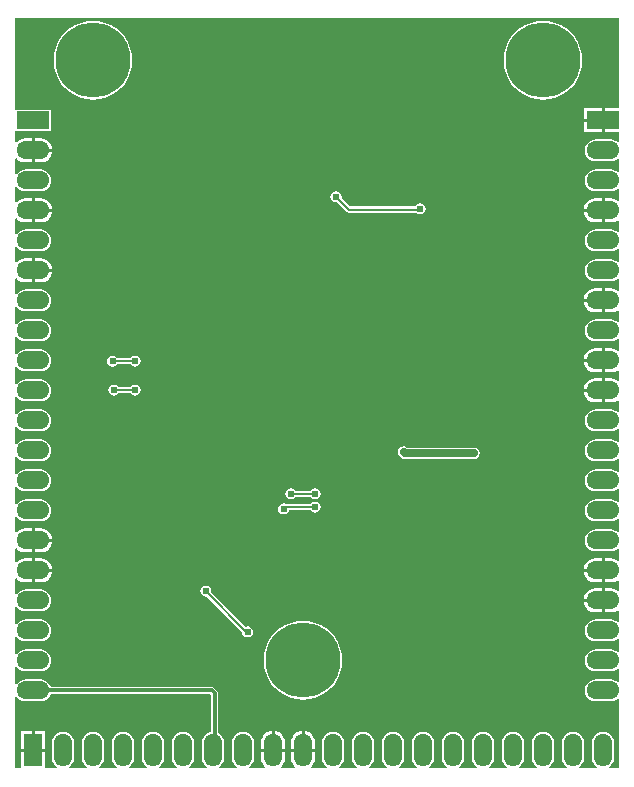
<source format=gbl>
G04*
G04 #@! TF.GenerationSoftware,Altium Limited,Altium Designer,19.0.14 (431)*
G04*
G04 Layer_Physical_Order=2*
G04 Layer_Color=16711680*
%FSLAX25Y25*%
%MOIN*%
G70*
G01*
G75*
%ADD37C,0.00800*%
%ADD39C,0.01200*%
%ADD40C,0.02500*%
%ADD41C,0.25000*%
%ADD42R,0.11000X0.06000*%
%ADD43O,0.11000X0.06000*%
%ADD44R,0.06000X0.11000*%
%ADD45O,0.06000X0.11000*%
%ADD46C,0.02400*%
%ADD47C,0.02362*%
G36*
X203461Y222000D02*
X198500D01*
Y218000D01*
Y214000D01*
X203461D01*
Y210810D01*
X202961Y210649D01*
X202315Y211145D01*
X201440Y211507D01*
X200500Y211631D01*
X195500D01*
X194560Y211507D01*
X193684Y211145D01*
X192932Y210567D01*
X192355Y209816D01*
X191993Y208940D01*
X191869Y208000D01*
X191993Y207060D01*
X192355Y206185D01*
X192932Y205433D01*
X193684Y204855D01*
X194560Y204493D01*
X195500Y204369D01*
X200500D01*
X201440Y204493D01*
X202315Y204855D01*
X202961Y205351D01*
X203461Y205190D01*
Y200810D01*
X202961Y200649D01*
X202315Y201145D01*
X201440Y201507D01*
X200500Y201631D01*
X195500D01*
X194560Y201507D01*
X193684Y201145D01*
X192932Y200568D01*
X192355Y199815D01*
X191993Y198940D01*
X191869Y198000D01*
X191993Y197060D01*
X192355Y196185D01*
X192932Y195432D01*
X193684Y194855D01*
X194560Y194493D01*
X195500Y194369D01*
X200500D01*
X201440Y194493D01*
X202315Y194855D01*
X202961Y195351D01*
X203461Y195190D01*
Y191400D01*
X202961Y191154D01*
X202517Y191494D01*
X201544Y191897D01*
X200500Y192034D01*
X198500D01*
Y188000D01*
Y183966D01*
X200500D01*
X201544Y184103D01*
X202517Y184506D01*
X202961Y184846D01*
X203461Y184600D01*
Y180810D01*
X202961Y180649D01*
X202315Y181145D01*
X201440Y181507D01*
X200500Y181631D01*
X195500D01*
X194560Y181507D01*
X193684Y181145D01*
X192932Y180568D01*
X192355Y179815D01*
X191993Y178940D01*
X191869Y178000D01*
X191993Y177060D01*
X192355Y176184D01*
X192932Y175432D01*
X193684Y174855D01*
X194560Y174493D01*
X195500Y174369D01*
X200500D01*
X201440Y174493D01*
X202315Y174855D01*
X202961Y175351D01*
X203461Y175190D01*
Y170810D01*
X202961Y170649D01*
X202315Y171145D01*
X201440Y171507D01*
X200500Y171631D01*
X195500D01*
X194560Y171507D01*
X193684Y171145D01*
X192932Y170568D01*
X192355Y169816D01*
X191993Y168940D01*
X191869Y168000D01*
X191993Y167060D01*
X192355Y166184D01*
X192932Y165432D01*
X193684Y164855D01*
X194560Y164493D01*
X195500Y164369D01*
X200500D01*
X201440Y164493D01*
X202315Y164855D01*
X202961Y165351D01*
X203461Y165190D01*
Y161400D01*
X202961Y161154D01*
X202517Y161494D01*
X201544Y161897D01*
X200500Y162034D01*
X198500D01*
Y158000D01*
Y153965D01*
X200500D01*
X201544Y154103D01*
X202517Y154506D01*
X202961Y154846D01*
X203461Y154600D01*
Y150810D01*
X202961Y150649D01*
X202315Y151145D01*
X201440Y151507D01*
X200500Y151631D01*
X195500D01*
X194560Y151507D01*
X193684Y151145D01*
X192932Y150568D01*
X192355Y149815D01*
X191993Y148940D01*
X191869Y148000D01*
X191993Y147060D01*
X192355Y146185D01*
X192932Y145432D01*
X193684Y144855D01*
X194560Y144493D01*
X195500Y144369D01*
X200500D01*
X201440Y144493D01*
X202315Y144855D01*
X202961Y145351D01*
X203461Y145190D01*
Y141400D01*
X202961Y141154D01*
X202517Y141494D01*
X201544Y141897D01*
X200500Y142034D01*
X198500D01*
Y138000D01*
Y133966D01*
X200500D01*
X201544Y134103D01*
X202517Y134506D01*
X202961Y134846D01*
X203461Y134600D01*
Y131400D01*
X202961Y131154D01*
X202517Y131494D01*
X201544Y131897D01*
X200500Y132035D01*
X198500D01*
Y128000D01*
Y123966D01*
X200500D01*
X201544Y124103D01*
X202517Y124506D01*
X202961Y124846D01*
X203461Y124600D01*
Y120810D01*
X202961Y120649D01*
X202315Y121145D01*
X201440Y121507D01*
X200500Y121631D01*
X195500D01*
X194560Y121507D01*
X193684Y121145D01*
X192932Y120568D01*
X192355Y119816D01*
X191993Y118940D01*
X191869Y118000D01*
X191993Y117060D01*
X192355Y116184D01*
X192932Y115432D01*
X193684Y114855D01*
X194560Y114493D01*
X195500Y114369D01*
X200500D01*
X201440Y114493D01*
X202315Y114855D01*
X202961Y115351D01*
X203461Y115190D01*
Y110810D01*
X202961Y110649D01*
X202315Y111145D01*
X201440Y111507D01*
X200500Y111631D01*
X195500D01*
X194560Y111507D01*
X193684Y111145D01*
X192932Y110568D01*
X192355Y109816D01*
X191993Y108940D01*
X191869Y108000D01*
X191993Y107060D01*
X192355Y106184D01*
X192932Y105432D01*
X193684Y104855D01*
X194560Y104493D01*
X195500Y104369D01*
X200500D01*
X201440Y104493D01*
X202315Y104855D01*
X202961Y105351D01*
X203461Y105190D01*
Y100810D01*
X202961Y100649D01*
X202315Y101145D01*
X201440Y101507D01*
X200500Y101631D01*
X195500D01*
X194560Y101507D01*
X193684Y101145D01*
X192932Y100568D01*
X192355Y99815D01*
X191993Y98940D01*
X191869Y98000D01*
X191993Y97060D01*
X192355Y96184D01*
X192932Y95432D01*
X193684Y94855D01*
X194560Y94493D01*
X195500Y94369D01*
X200500D01*
X201440Y94493D01*
X202315Y94855D01*
X202961Y95351D01*
X203461Y95190D01*
Y90810D01*
X202961Y90649D01*
X202315Y91145D01*
X201440Y91507D01*
X200500Y91631D01*
X195500D01*
X194560Y91507D01*
X193684Y91145D01*
X192932Y90568D01*
X192355Y89815D01*
X191993Y88940D01*
X191869Y88000D01*
X191993Y87060D01*
X192355Y86185D01*
X192932Y85432D01*
X193684Y84855D01*
X194560Y84493D01*
X195500Y84369D01*
X200500D01*
X201440Y84493D01*
X202315Y84855D01*
X202961Y85351D01*
X203461Y85190D01*
Y80810D01*
X202961Y80649D01*
X202315Y81145D01*
X201440Y81507D01*
X200500Y81631D01*
X195500D01*
X194560Y81507D01*
X193684Y81145D01*
X192932Y80568D01*
X192355Y79816D01*
X191993Y78940D01*
X191869Y78000D01*
X191993Y77060D01*
X192355Y76184D01*
X192932Y75432D01*
X193684Y74855D01*
X194560Y74493D01*
X195500Y74369D01*
X200500D01*
X201440Y74493D01*
X202315Y74855D01*
X202961Y75351D01*
X203461Y75190D01*
Y71400D01*
X202961Y71154D01*
X202517Y71494D01*
X201544Y71897D01*
X200500Y72035D01*
X198500D01*
Y68000D01*
Y63965D01*
X200500D01*
X201544Y64103D01*
X202517Y64506D01*
X202961Y64846D01*
X203461Y64600D01*
Y61400D01*
X202961Y61154D01*
X202517Y61494D01*
X201544Y61897D01*
X200500Y62034D01*
X198500D01*
Y58000D01*
Y53966D01*
X200500D01*
X201544Y54103D01*
X202517Y54506D01*
X202961Y54846D01*
X203461Y54600D01*
Y50810D01*
X202961Y50649D01*
X202315Y51145D01*
X201440Y51507D01*
X200500Y51631D01*
X195500D01*
X194560Y51507D01*
X193684Y51145D01*
X192932Y50568D01*
X192355Y49815D01*
X191993Y48940D01*
X191869Y48000D01*
X191993Y47060D01*
X192355Y46185D01*
X192932Y45432D01*
X193684Y44855D01*
X194560Y44493D01*
X195500Y44369D01*
X200500D01*
X201440Y44493D01*
X202315Y44855D01*
X202961Y45351D01*
X203461Y45190D01*
Y40810D01*
X202961Y40649D01*
X202315Y41145D01*
X201440Y41507D01*
X200500Y41631D01*
X195500D01*
X194560Y41507D01*
X193684Y41145D01*
X192932Y40567D01*
X192355Y39816D01*
X191993Y38940D01*
X191869Y38000D01*
X191993Y37060D01*
X192355Y36184D01*
X192932Y35432D01*
X193684Y34855D01*
X194560Y34493D01*
X195500Y34369D01*
X200500D01*
X201440Y34493D01*
X202315Y34855D01*
X202961Y35351D01*
X203461Y35190D01*
Y30810D01*
X202961Y30649D01*
X202315Y31145D01*
X201440Y31507D01*
X200500Y31631D01*
X195500D01*
X194560Y31507D01*
X193684Y31145D01*
X192932Y30567D01*
X192355Y29816D01*
X191993Y28940D01*
X191869Y28000D01*
X191993Y27060D01*
X192355Y26184D01*
X192932Y25433D01*
X193684Y24855D01*
X194560Y24493D01*
X195500Y24369D01*
X200500D01*
X201440Y24493D01*
X202315Y24855D01*
X202961Y25351D01*
X203461Y25190D01*
Y2039D01*
X200225D01*
X200055Y2539D01*
X200568Y2932D01*
X201145Y3684D01*
X201507Y4560D01*
X201631Y5500D01*
Y10500D01*
X201507Y11440D01*
X201145Y12315D01*
X200568Y13068D01*
X199815Y13645D01*
X198940Y14007D01*
X198000Y14131D01*
X197060Y14007D01*
X196185Y13645D01*
X195432Y13068D01*
X194855Y12315D01*
X194493Y11440D01*
X194369Y10500D01*
Y5500D01*
X194493Y4560D01*
X194855Y3684D01*
X195432Y2932D01*
X195945Y2539D01*
X195775Y2039D01*
X190225D01*
X190055Y2539D01*
X190568Y2932D01*
X191145Y3684D01*
X191507Y4560D01*
X191631Y5500D01*
Y10500D01*
X191507Y11440D01*
X191145Y12315D01*
X190568Y13068D01*
X189815Y13645D01*
X188940Y14007D01*
X188000Y14131D01*
X187060Y14007D01*
X186185Y13645D01*
X185432Y13068D01*
X184855Y12315D01*
X184493Y11440D01*
X184369Y10500D01*
Y5500D01*
X184493Y4560D01*
X184855Y3684D01*
X185432Y2932D01*
X185945Y2539D01*
X185775Y2039D01*
X180225D01*
X180055Y2539D01*
X180568Y2932D01*
X181145Y3684D01*
X181507Y4560D01*
X181631Y5500D01*
Y10500D01*
X181507Y11440D01*
X181145Y12315D01*
X180568Y13068D01*
X179815Y13645D01*
X178940Y14007D01*
X178000Y14131D01*
X177060Y14007D01*
X176184Y13645D01*
X175432Y13068D01*
X174855Y12315D01*
X174493Y11440D01*
X174369Y10500D01*
Y5500D01*
X174493Y4560D01*
X174855Y3684D01*
X175432Y2932D01*
X175945Y2539D01*
X175775Y2039D01*
X170225D01*
X170055Y2539D01*
X170568Y2932D01*
X171145Y3684D01*
X171507Y4560D01*
X171631Y5500D01*
Y10500D01*
X171507Y11440D01*
X171145Y12315D01*
X170568Y13068D01*
X169816Y13645D01*
X168940Y14007D01*
X168000Y14131D01*
X167060Y14007D01*
X166184Y13645D01*
X165432Y13068D01*
X164855Y12315D01*
X164493Y11440D01*
X164369Y10500D01*
Y5500D01*
X164493Y4560D01*
X164855Y3684D01*
X165432Y2932D01*
X165945Y2539D01*
X165775Y2039D01*
X160225D01*
X160055Y2539D01*
X160568Y2932D01*
X161145Y3684D01*
X161507Y4560D01*
X161631Y5500D01*
Y10500D01*
X161507Y11440D01*
X161145Y12315D01*
X160568Y13068D01*
X159816Y13645D01*
X158940Y14007D01*
X158000Y14131D01*
X157060Y14007D01*
X156184Y13645D01*
X155432Y13068D01*
X154855Y12315D01*
X154493Y11440D01*
X154369Y10500D01*
Y5500D01*
X154493Y4560D01*
X154855Y3684D01*
X155432Y2932D01*
X155945Y2539D01*
X155775Y2039D01*
X150225D01*
X150055Y2539D01*
X150568Y2932D01*
X151145Y3684D01*
X151507Y4560D01*
X151631Y5500D01*
Y10500D01*
X151507Y11440D01*
X151145Y12315D01*
X150568Y13068D01*
X149815Y13645D01*
X148940Y14007D01*
X148000Y14131D01*
X147060Y14007D01*
X146185Y13645D01*
X145432Y13068D01*
X144855Y12315D01*
X144493Y11440D01*
X144369Y10500D01*
Y5500D01*
X144493Y4560D01*
X144855Y3684D01*
X145432Y2932D01*
X145945Y2539D01*
X145775Y2039D01*
X140225D01*
X140055Y2539D01*
X140568Y2932D01*
X141145Y3684D01*
X141507Y4560D01*
X141631Y5500D01*
Y10500D01*
X141507Y11440D01*
X141145Y12315D01*
X140568Y13068D01*
X139815Y13645D01*
X138940Y14007D01*
X138000Y14131D01*
X137060Y14007D01*
X136185Y13645D01*
X135432Y13068D01*
X134855Y12315D01*
X134493Y11440D01*
X134369Y10500D01*
Y5500D01*
X134493Y4560D01*
X134855Y3684D01*
X135432Y2932D01*
X135945Y2539D01*
X135775Y2039D01*
X130225D01*
X130055Y2539D01*
X130568Y2932D01*
X131145Y3684D01*
X131507Y4560D01*
X131631Y5500D01*
Y10500D01*
X131507Y11440D01*
X131145Y12315D01*
X130568Y13068D01*
X129815Y13645D01*
X128940Y14007D01*
X128000Y14131D01*
X127060Y14007D01*
X126184Y13645D01*
X125432Y13068D01*
X124855Y12315D01*
X124493Y11440D01*
X124369Y10500D01*
Y5500D01*
X124493Y4560D01*
X124855Y3684D01*
X125432Y2932D01*
X125945Y2539D01*
X125775Y2039D01*
X120225D01*
X120055Y2539D01*
X120568Y2932D01*
X121145Y3684D01*
X121507Y4560D01*
X121631Y5500D01*
Y10500D01*
X121507Y11440D01*
X121145Y12315D01*
X120568Y13068D01*
X119816Y13645D01*
X118940Y14007D01*
X118000Y14131D01*
X117060Y14007D01*
X116184Y13645D01*
X115432Y13068D01*
X114855Y12315D01*
X114493Y11440D01*
X114369Y10500D01*
Y5500D01*
X114493Y4560D01*
X114855Y3684D01*
X115432Y2932D01*
X115945Y2539D01*
X115775Y2039D01*
X110225D01*
X110055Y2539D01*
X110568Y2932D01*
X111145Y3684D01*
X111507Y4560D01*
X111631Y5500D01*
Y10500D01*
X111507Y11440D01*
X111145Y12315D01*
X110568Y13068D01*
X109816Y13645D01*
X108940Y14007D01*
X108000Y14131D01*
X107060Y14007D01*
X106184Y13645D01*
X105432Y13068D01*
X104855Y12315D01*
X104493Y11440D01*
X104369Y10500D01*
Y5500D01*
X104493Y4560D01*
X104855Y3684D01*
X105432Y2932D01*
X105945Y2539D01*
X105775Y2039D01*
X100838D01*
X100678Y2513D01*
X100853Y2647D01*
X101494Y3483D01*
X101897Y4456D01*
X102034Y5500D01*
Y7500D01*
X98000D01*
X93966D01*
Y5500D01*
X94103Y4456D01*
X94506Y3483D01*
X95147Y2647D01*
X95323Y2513D01*
X95162Y2039D01*
X90838D01*
X90677Y2513D01*
X90853Y2647D01*
X91494Y3483D01*
X91897Y4456D01*
X92035Y5500D01*
Y7500D01*
X88000D01*
X83965D01*
Y5500D01*
X84103Y4456D01*
X84506Y3483D01*
X85147Y2647D01*
X85322Y2513D01*
X85162Y2039D01*
X80225D01*
X80055Y2539D01*
X80568Y2932D01*
X81145Y3684D01*
X81507Y4560D01*
X81631Y5500D01*
Y10500D01*
X81507Y11440D01*
X81145Y12315D01*
X80568Y13068D01*
X79816Y13645D01*
X78940Y14007D01*
X78000Y14131D01*
X77060Y14007D01*
X76184Y13645D01*
X75432Y13068D01*
X74855Y12315D01*
X74493Y11440D01*
X74369Y10500D01*
Y5500D01*
X74493Y4560D01*
X74855Y3684D01*
X75432Y2932D01*
X75945Y2539D01*
X75775Y2039D01*
X70225D01*
X70055Y2539D01*
X70568Y2932D01*
X71145Y3684D01*
X71507Y4560D01*
X71631Y5500D01*
Y10500D01*
X71507Y11440D01*
X71145Y12315D01*
X70568Y13068D01*
X69815Y13645D01*
X69723Y13683D01*
Y27000D01*
X69630Y27468D01*
X69365Y27865D01*
X68365Y28865D01*
X67968Y29130D01*
X67500Y29223D01*
X13890D01*
X13645Y29816D01*
X13068Y30567D01*
X12315Y31145D01*
X11440Y31507D01*
X10500Y31631D01*
X5500D01*
X4560Y31507D01*
X3684Y31145D01*
X2932Y30567D01*
X2539Y30055D01*
X2039Y30225D01*
Y35775D01*
X2539Y35945D01*
X2932Y35432D01*
X3684Y34855D01*
X4560Y34493D01*
X5500Y34369D01*
X10500D01*
X11440Y34493D01*
X12315Y34855D01*
X13068Y35432D01*
X13645Y36184D01*
X14007Y37060D01*
X14131Y38000D01*
X14007Y38940D01*
X13645Y39816D01*
X13068Y40567D01*
X12315Y41145D01*
X11440Y41507D01*
X10500Y41631D01*
X5500D01*
X4560Y41507D01*
X3684Y41145D01*
X2932Y40567D01*
X2539Y40055D01*
X2039Y40225D01*
Y45775D01*
X2539Y45945D01*
X2932Y45432D01*
X3684Y44855D01*
X4560Y44493D01*
X5500Y44369D01*
X10500D01*
X11440Y44493D01*
X12315Y44855D01*
X13068Y45432D01*
X13645Y46185D01*
X14007Y47060D01*
X14131Y48000D01*
X14007Y48940D01*
X13645Y49815D01*
X13068Y50568D01*
X12315Y51145D01*
X11440Y51507D01*
X10500Y51631D01*
X5500D01*
X4560Y51507D01*
X3684Y51145D01*
X2932Y50568D01*
X2539Y50055D01*
X2039Y50225D01*
Y55775D01*
X2539Y55945D01*
X2932Y55432D01*
X3684Y54855D01*
X4560Y54493D01*
X5500Y54369D01*
X10500D01*
X11440Y54493D01*
X12315Y54855D01*
X13068Y55432D01*
X13645Y56185D01*
X14007Y57060D01*
X14131Y58000D01*
X14007Y58940D01*
X13645Y59816D01*
X13068Y60568D01*
X12315Y61145D01*
X11440Y61507D01*
X10500Y61631D01*
X5500D01*
X4560Y61507D01*
X3684Y61145D01*
X2932Y60568D01*
X2539Y60055D01*
X2039Y60225D01*
Y65162D01*
X2513Y65323D01*
X2647Y65147D01*
X3483Y64506D01*
X4456Y64103D01*
X5500Y63965D01*
X7500D01*
Y68000D01*
Y72035D01*
X5500D01*
X4456Y71897D01*
X3483Y71494D01*
X2647Y70853D01*
X2513Y70678D01*
X2039Y70838D01*
Y75162D01*
X2513Y75323D01*
X2647Y75147D01*
X3483Y74506D01*
X4456Y74103D01*
X5500Y73966D01*
X7500D01*
Y78000D01*
Y82034D01*
X5500D01*
X4456Y81897D01*
X3483Y81494D01*
X2647Y80853D01*
X2513Y80677D01*
X2039Y80838D01*
Y85775D01*
X2539Y85945D01*
X2932Y85432D01*
X3684Y84855D01*
X4560Y84493D01*
X5500Y84369D01*
X10500D01*
X11440Y84493D01*
X12315Y84855D01*
X13068Y85432D01*
X13645Y86185D01*
X14007Y87060D01*
X14131Y88000D01*
X14007Y88940D01*
X13645Y89815D01*
X13068Y90568D01*
X12315Y91145D01*
X11440Y91507D01*
X10500Y91631D01*
X5500D01*
X4560Y91507D01*
X3684Y91145D01*
X2932Y90568D01*
X2539Y90055D01*
X2039Y90225D01*
Y95775D01*
X2539Y95945D01*
X2932Y95432D01*
X3684Y94855D01*
X4560Y94493D01*
X5500Y94369D01*
X10500D01*
X11440Y94493D01*
X12315Y94855D01*
X13068Y95432D01*
X13645Y96184D01*
X14007Y97060D01*
X14131Y98000D01*
X14007Y98940D01*
X13645Y99815D01*
X13068Y100568D01*
X12315Y101145D01*
X11440Y101507D01*
X10500Y101631D01*
X5500D01*
X4560Y101507D01*
X3684Y101145D01*
X2932Y100568D01*
X2539Y100055D01*
X2039Y100225D01*
Y105775D01*
X2539Y105945D01*
X2932Y105432D01*
X3684Y104855D01*
X4560Y104493D01*
X5500Y104369D01*
X10500D01*
X11440Y104493D01*
X12315Y104855D01*
X13068Y105432D01*
X13645Y106184D01*
X14007Y107060D01*
X14131Y108000D01*
X14007Y108940D01*
X13645Y109816D01*
X13068Y110568D01*
X12315Y111145D01*
X11440Y111507D01*
X10500Y111631D01*
X5500D01*
X4560Y111507D01*
X3684Y111145D01*
X2932Y110568D01*
X2539Y110055D01*
X2039Y110225D01*
Y115775D01*
X2539Y115945D01*
X2932Y115432D01*
X3684Y114855D01*
X4560Y114493D01*
X5500Y114369D01*
X10500D01*
X11440Y114493D01*
X12315Y114855D01*
X13068Y115432D01*
X13645Y116184D01*
X14007Y117060D01*
X14131Y118000D01*
X14007Y118940D01*
X13645Y119816D01*
X13068Y120568D01*
X12315Y121145D01*
X11440Y121507D01*
X10500Y121631D01*
X5500D01*
X4560Y121507D01*
X3684Y121145D01*
X2932Y120568D01*
X2539Y120055D01*
X2039Y120225D01*
Y125775D01*
X2539Y125945D01*
X2932Y125432D01*
X3684Y124855D01*
X4560Y124493D01*
X5500Y124369D01*
X10500D01*
X11440Y124493D01*
X12315Y124855D01*
X13068Y125432D01*
X13645Y126184D01*
X14007Y127060D01*
X14131Y128000D01*
X14007Y128940D01*
X13645Y129815D01*
X13068Y130568D01*
X12315Y131145D01*
X11440Y131507D01*
X10500Y131631D01*
X5500D01*
X4560Y131507D01*
X3684Y131145D01*
X2932Y130568D01*
X2539Y130055D01*
X2039Y130225D01*
Y135775D01*
X2539Y135945D01*
X2932Y135432D01*
X3684Y134855D01*
X4560Y134493D01*
X5500Y134369D01*
X10500D01*
X11440Y134493D01*
X12315Y134855D01*
X13068Y135432D01*
X13645Y136185D01*
X14007Y137060D01*
X14131Y138000D01*
X14007Y138940D01*
X13645Y139815D01*
X13068Y140568D01*
X12315Y141145D01*
X11440Y141507D01*
X10500Y141631D01*
X5500D01*
X4560Y141507D01*
X3684Y141145D01*
X2932Y140568D01*
X2539Y140055D01*
X2039Y140225D01*
Y145775D01*
X2539Y145945D01*
X2932Y145432D01*
X3684Y144855D01*
X4560Y144493D01*
X5500Y144369D01*
X10500D01*
X11440Y144493D01*
X12315Y144855D01*
X13068Y145432D01*
X13645Y146185D01*
X14007Y147060D01*
X14131Y148000D01*
X14007Y148940D01*
X13645Y149815D01*
X13068Y150568D01*
X12315Y151145D01*
X11440Y151507D01*
X10500Y151631D01*
X5500D01*
X4560Y151507D01*
X3684Y151145D01*
X2932Y150568D01*
X2539Y150055D01*
X2039Y150225D01*
Y155775D01*
X2539Y155945D01*
X2932Y155432D01*
X3684Y154855D01*
X4560Y154493D01*
X5500Y154369D01*
X10500D01*
X11440Y154493D01*
X12315Y154855D01*
X13068Y155432D01*
X13645Y156184D01*
X14007Y157060D01*
X14131Y158000D01*
X14007Y158940D01*
X13645Y159816D01*
X13068Y160568D01*
X12315Y161145D01*
X11440Y161507D01*
X10500Y161631D01*
X5500D01*
X4560Y161507D01*
X3684Y161145D01*
X2932Y160568D01*
X2539Y160055D01*
X2039Y160225D01*
Y165162D01*
X2513Y165322D01*
X2647Y165147D01*
X3483Y164506D01*
X4456Y164103D01*
X5500Y163965D01*
X7500D01*
Y168000D01*
Y172035D01*
X5500D01*
X4456Y171897D01*
X3483Y171494D01*
X2647Y170853D01*
X2513Y170677D01*
X2039Y170838D01*
Y175775D01*
X2539Y175945D01*
X2932Y175432D01*
X3684Y174855D01*
X4560Y174493D01*
X5500Y174369D01*
X10500D01*
X11440Y174493D01*
X12315Y174855D01*
X13068Y175432D01*
X13645Y176184D01*
X14007Y177060D01*
X14131Y178000D01*
X14007Y178940D01*
X13645Y179815D01*
X13068Y180568D01*
X12315Y181145D01*
X11440Y181507D01*
X10500Y181631D01*
X5500D01*
X4560Y181507D01*
X3684Y181145D01*
X2932Y180568D01*
X2539Y180055D01*
X2039Y180225D01*
Y185162D01*
X2513Y185322D01*
X2647Y185147D01*
X3483Y184506D01*
X4456Y184103D01*
X5500Y183966D01*
X7500D01*
Y188000D01*
Y192034D01*
X5500D01*
X4456Y191897D01*
X3483Y191494D01*
X2647Y190853D01*
X2513Y190677D01*
X2039Y190838D01*
Y195775D01*
X2539Y195945D01*
X2932Y195432D01*
X3684Y194855D01*
X4560Y194493D01*
X5500Y194369D01*
X10500D01*
X11440Y194493D01*
X12315Y194855D01*
X13068Y195432D01*
X13645Y196185D01*
X14007Y197060D01*
X14131Y198000D01*
X14007Y198940D01*
X13645Y199815D01*
X13068Y200568D01*
X12315Y201145D01*
X11440Y201507D01*
X10500Y201631D01*
X5500D01*
X4560Y201507D01*
X3684Y201145D01*
X2932Y200568D01*
X2539Y200055D01*
X2039Y200225D01*
Y205162D01*
X2513Y205323D01*
X2647Y205147D01*
X3483Y204506D01*
X4456Y204103D01*
X5500Y203965D01*
X7500D01*
Y208000D01*
Y212035D01*
X5500D01*
X4456Y211897D01*
X3483Y211494D01*
X2647Y210853D01*
X2513Y210678D01*
X2039Y210838D01*
Y214400D01*
X14100D01*
Y221600D01*
X2039D01*
Y251961D01*
X203461D01*
Y222000D01*
D02*
G37*
G36*
X67277Y26493D02*
Y14036D01*
X67060Y14007D01*
X66185Y13645D01*
X65432Y13068D01*
X64855Y12315D01*
X64493Y11440D01*
X64369Y10500D01*
Y5500D01*
X64493Y4560D01*
X64855Y3684D01*
X65432Y2932D01*
X65945Y2539D01*
X65775Y2039D01*
X60225D01*
X60055Y2539D01*
X60568Y2932D01*
X61145Y3684D01*
X61507Y4560D01*
X61631Y5500D01*
Y10500D01*
X61507Y11440D01*
X61145Y12315D01*
X60568Y13068D01*
X59816Y13645D01*
X58940Y14007D01*
X58000Y14131D01*
X57060Y14007D01*
X56185Y13645D01*
X55432Y13068D01*
X54855Y12315D01*
X54493Y11440D01*
X54369Y10500D01*
Y5500D01*
X54493Y4560D01*
X54855Y3684D01*
X55432Y2932D01*
X55945Y2539D01*
X55775Y2039D01*
X50225D01*
X50055Y2539D01*
X50568Y2932D01*
X51145Y3684D01*
X51507Y4560D01*
X51631Y5500D01*
Y10500D01*
X51507Y11440D01*
X51145Y12315D01*
X50568Y13068D01*
X49815Y13645D01*
X48940Y14007D01*
X48000Y14131D01*
X47060Y14007D01*
X46185Y13645D01*
X45432Y13068D01*
X44855Y12315D01*
X44493Y11440D01*
X44369Y10500D01*
Y5500D01*
X44493Y4560D01*
X44855Y3684D01*
X45432Y2932D01*
X45945Y2539D01*
X45775Y2039D01*
X40225D01*
X40055Y2539D01*
X40567Y2932D01*
X41145Y3684D01*
X41507Y4560D01*
X41631Y5500D01*
Y10500D01*
X41507Y11440D01*
X41145Y12315D01*
X40567Y13068D01*
X39816Y13645D01*
X38940Y14007D01*
X38000Y14131D01*
X37060Y14007D01*
X36184Y13645D01*
X35432Y13068D01*
X34855Y12315D01*
X34493Y11440D01*
X34369Y10500D01*
Y5500D01*
X34493Y4560D01*
X34855Y3684D01*
X35432Y2932D01*
X35945Y2539D01*
X35775Y2039D01*
X30225D01*
X30055Y2539D01*
X30567Y2932D01*
X31145Y3684D01*
X31507Y4560D01*
X31631Y5500D01*
Y10500D01*
X31507Y11440D01*
X31145Y12315D01*
X30567Y13068D01*
X29816Y13645D01*
X28940Y14007D01*
X28000Y14131D01*
X27060Y14007D01*
X26184Y13645D01*
X25433Y13068D01*
X24855Y12315D01*
X24493Y11440D01*
X24369Y10500D01*
Y5500D01*
X24493Y4560D01*
X24855Y3684D01*
X25433Y2932D01*
X25945Y2539D01*
X25775Y2039D01*
X20225D01*
X20055Y2539D01*
X20568Y2932D01*
X21145Y3684D01*
X21507Y4560D01*
X21631Y5500D01*
Y10500D01*
X21507Y11440D01*
X21145Y12315D01*
X20568Y13068D01*
X19816Y13645D01*
X18940Y14007D01*
X18000Y14131D01*
X17060Y14007D01*
X16184Y13645D01*
X15432Y13068D01*
X14855Y12315D01*
X14493Y11440D01*
X14369Y10500D01*
Y5500D01*
X14493Y4560D01*
X14855Y3684D01*
X15432Y2932D01*
X15945Y2539D01*
X15775Y2039D01*
X12000D01*
Y7500D01*
X8000D01*
X4000D01*
Y2039D01*
X2039D01*
Y25775D01*
X2539Y25945D01*
X2932Y25433D01*
X3684Y24855D01*
X4560Y24493D01*
X5500Y24369D01*
X10500D01*
X11440Y24493D01*
X12315Y24855D01*
X13068Y25433D01*
X13645Y26184D01*
X13890Y26776D01*
X66993D01*
X67277Y26493D01*
D02*
G37*
%LPC*%
G36*
X178000Y251140D02*
X175944Y250979D01*
X173939Y250497D01*
X172034Y249708D01*
X170276Y248631D01*
X168708Y247292D01*
X167369Y245724D01*
X166292Y243966D01*
X165503Y242061D01*
X165021Y240056D01*
X164859Y238000D01*
X165021Y235944D01*
X165503Y233939D01*
X166292Y232034D01*
X167369Y230276D01*
X168708Y228708D01*
X170276Y227369D01*
X172034Y226292D01*
X173939Y225503D01*
X175944Y225021D01*
X178000Y224859D01*
X180056Y225021D01*
X182061Y225503D01*
X183966Y226292D01*
X185724Y227369D01*
X187292Y228708D01*
X188631Y230276D01*
X189708Y232034D01*
X190497Y233939D01*
X190979Y235944D01*
X191140Y238000D01*
X190979Y240056D01*
X190497Y242061D01*
X189708Y243966D01*
X188631Y245724D01*
X187292Y247292D01*
X185724Y248631D01*
X183966Y249708D01*
X182061Y250497D01*
X180056Y250979D01*
X178000Y251140D01*
D02*
G37*
G36*
X28000D02*
X25944Y250979D01*
X23939Y250497D01*
X22034Y249708D01*
X20276Y248631D01*
X18708Y247292D01*
X17369Y245724D01*
X16292Y243966D01*
X15503Y242061D01*
X15021Y240056D01*
X14860Y238000D01*
X15021Y235944D01*
X15503Y233939D01*
X16292Y232034D01*
X17369Y230276D01*
X18708Y228708D01*
X20276Y227369D01*
X22034Y226292D01*
X23939Y225503D01*
X25944Y225021D01*
X28000Y224859D01*
X30056Y225021D01*
X32061Y225503D01*
X33966Y226292D01*
X35724Y227369D01*
X37292Y228708D01*
X38631Y230276D01*
X39708Y232034D01*
X40497Y233939D01*
X40979Y235944D01*
X41140Y238000D01*
X40979Y240056D01*
X40497Y242061D01*
X39708Y243966D01*
X38631Y245724D01*
X37292Y247292D01*
X35724Y248631D01*
X33966Y249708D01*
X32061Y250497D01*
X30056Y250979D01*
X28000Y251140D01*
D02*
G37*
G36*
X197500Y222000D02*
X191500D01*
Y218500D01*
X197500D01*
Y222000D01*
D02*
G37*
G36*
Y217500D02*
X191500D01*
Y214000D01*
X197500D01*
Y217500D01*
D02*
G37*
G36*
X10500Y212035D02*
X8500D01*
Y208500D01*
X14469D01*
X14397Y209044D01*
X13994Y210017D01*
X13353Y210853D01*
X12517Y211494D01*
X11544Y211897D01*
X10500Y212035D01*
D02*
G37*
G36*
X14469Y207500D02*
X8500D01*
Y203965D01*
X10500D01*
X11544Y204103D01*
X12517Y204506D01*
X13353Y205147D01*
X13994Y205983D01*
X14397Y206956D01*
X14469Y207500D01*
D02*
G37*
G36*
X197500Y192034D02*
X195500D01*
X194456Y191897D01*
X193483Y191494D01*
X192647Y190853D01*
X192006Y190017D01*
X191603Y189044D01*
X191531Y188500D01*
X197500D01*
Y192034D01*
D02*
G37*
G36*
X10500D02*
X8500D01*
Y188500D01*
X14469D01*
X14397Y189044D01*
X13994Y190017D01*
X13353Y190853D01*
X12517Y191494D01*
X11544Y191897D01*
X10500Y192034D01*
D02*
G37*
G36*
X109000Y194335D02*
X108298Y194196D01*
X107702Y193798D01*
X107304Y193202D01*
X107165Y192500D01*
X107304Y191798D01*
X107702Y191202D01*
X108298Y190804D01*
X109000Y190665D01*
X109328Y190730D01*
X112503Y187555D01*
X112834Y187334D01*
X113224Y187256D01*
X135666D01*
X135702Y187202D01*
X136298Y186804D01*
X137000Y186665D01*
X137702Y186804D01*
X138298Y187202D01*
X138696Y187798D01*
X138835Y188500D01*
X138696Y189202D01*
X138298Y189798D01*
X137702Y190196D01*
X137000Y190335D01*
X136298Y190196D01*
X135702Y189798D01*
X135366Y189295D01*
X113647D01*
X110770Y192172D01*
X110835Y192500D01*
X110696Y193202D01*
X110298Y193798D01*
X109702Y194196D01*
X109000Y194335D01*
D02*
G37*
G36*
X197500Y187500D02*
X191531D01*
X191603Y186956D01*
X192006Y185983D01*
X192647Y185147D01*
X193483Y184506D01*
X194456Y184103D01*
X195500Y183966D01*
X197500D01*
Y187500D01*
D02*
G37*
G36*
X14469D02*
X8500D01*
Y183966D01*
X10500D01*
X11544Y184103D01*
X12517Y184506D01*
X13353Y185147D01*
X13994Y185983D01*
X14397Y186956D01*
X14469Y187500D01*
D02*
G37*
G36*
X10500Y172035D02*
X8500D01*
Y168500D01*
X14469D01*
X14397Y169044D01*
X13994Y170017D01*
X13353Y170853D01*
X12517Y171494D01*
X11544Y171897D01*
X10500Y172035D01*
D02*
G37*
G36*
X14469Y167500D02*
X8500D01*
Y163965D01*
X10500D01*
X11544Y164103D01*
X12517Y164506D01*
X13353Y165147D01*
X13994Y165983D01*
X14397Y166956D01*
X14469Y167500D01*
D02*
G37*
G36*
X197500Y162034D02*
X195500D01*
X194456Y161897D01*
X193483Y161494D01*
X192647Y160853D01*
X192006Y160017D01*
X191603Y159044D01*
X191531Y158500D01*
X197500D01*
Y162034D01*
D02*
G37*
G36*
Y157500D02*
X191531D01*
X191603Y156956D01*
X192006Y155983D01*
X192647Y155147D01*
X193483Y154506D01*
X194456Y154103D01*
X195500Y153965D01*
X197500D01*
Y157500D01*
D02*
G37*
G36*
X42000Y139585D02*
X41298Y139446D01*
X40702Y139048D01*
X40516Y138770D01*
X35984D01*
X35798Y139048D01*
X35202Y139446D01*
X34500Y139585D01*
X33798Y139446D01*
X33202Y139048D01*
X32804Y138452D01*
X32665Y137750D01*
X32804Y137048D01*
X33202Y136452D01*
X33798Y136054D01*
X34500Y135915D01*
X35202Y136054D01*
X35798Y136452D01*
X35984Y136730D01*
X40516D01*
X40702Y136452D01*
X41298Y136054D01*
X42000Y135915D01*
X42702Y136054D01*
X43298Y136452D01*
X43696Y137048D01*
X43835Y137750D01*
X43696Y138452D01*
X43298Y139048D01*
X42702Y139446D01*
X42000Y139585D01*
D02*
G37*
G36*
X197500Y142034D02*
X195500D01*
X194456Y141897D01*
X193483Y141494D01*
X192647Y140853D01*
X192006Y140017D01*
X191603Y139044D01*
X191531Y138500D01*
X197500D01*
Y142034D01*
D02*
G37*
G36*
Y137500D02*
X191531D01*
X191603Y136956D01*
X192006Y135983D01*
X192647Y135147D01*
X193483Y134506D01*
X194456Y134103D01*
X195500Y133966D01*
X197500D01*
Y137500D01*
D02*
G37*
G36*
X42000Y129835D02*
X41298Y129696D01*
X40702Y129298D01*
X40516Y129020D01*
X36484D01*
X36298Y129298D01*
X35702Y129696D01*
X35000Y129835D01*
X34298Y129696D01*
X33702Y129298D01*
X33304Y128702D01*
X33165Y128000D01*
X33304Y127298D01*
X33702Y126702D01*
X34298Y126304D01*
X35000Y126165D01*
X35702Y126304D01*
X36298Y126702D01*
X36484Y126980D01*
X40516D01*
X40702Y126702D01*
X41298Y126304D01*
X42000Y126165D01*
X42702Y126304D01*
X43298Y126702D01*
X43696Y127298D01*
X43835Y128000D01*
X43696Y128702D01*
X43298Y129298D01*
X42702Y129696D01*
X42000Y129835D01*
D02*
G37*
G36*
X197500Y132035D02*
X195500D01*
X194456Y131897D01*
X193483Y131494D01*
X192647Y130853D01*
X192006Y130017D01*
X191603Y129044D01*
X191531Y128500D01*
X197500D01*
Y132035D01*
D02*
G37*
G36*
Y127500D02*
X191531D01*
X191603Y126956D01*
X192006Y125983D01*
X192647Y125147D01*
X193483Y124506D01*
X194456Y124103D01*
X195500Y123966D01*
X197500D01*
Y127500D01*
D02*
G37*
G36*
X131500Y109386D02*
X130778Y109243D01*
X130166Y108834D01*
X129757Y108222D01*
X129614Y107500D01*
X129757Y106778D01*
X130166Y106166D01*
X130666Y105666D01*
X131278Y105257D01*
X132000Y105114D01*
X155000D01*
X155722Y105257D01*
X156334Y105666D01*
X156743Y106278D01*
X156886Y107000D01*
X156743Y107722D01*
X156334Y108334D01*
X155722Y108743D01*
X155000Y108886D01*
X132755D01*
X132222Y109243D01*
X131500Y109386D01*
D02*
G37*
G36*
X102000Y95335D02*
X101298Y95196D01*
X100702Y94798D01*
X100516Y94520D01*
X95456D01*
X95270Y94798D01*
X94675Y95196D01*
X93972Y95335D01*
X93270Y95196D01*
X92675Y94798D01*
X92277Y94202D01*
X92137Y93500D01*
X92277Y92798D01*
X92675Y92202D01*
X93270Y91804D01*
X93972Y91665D01*
X94675Y91804D01*
X95270Y92202D01*
X95456Y92480D01*
X100516D01*
X100702Y92202D01*
X101298Y91804D01*
X102000Y91665D01*
X102702Y91804D01*
X103298Y92202D01*
X103696Y92798D01*
X103835Y93500D01*
X103696Y94202D01*
X103298Y94798D01*
X102702Y95196D01*
X102000Y95335D01*
D02*
G37*
G36*
Y90835D02*
X101298Y90696D01*
X100702Y90298D01*
X100516Y90020D01*
X92466D01*
X92202Y90196D01*
X91500Y90335D01*
X90798Y90196D01*
X90202Y89798D01*
X89804Y89202D01*
X89665Y88500D01*
X89804Y87798D01*
X90202Y87202D01*
X90798Y86804D01*
X91500Y86665D01*
X92202Y86804D01*
X92798Y87202D01*
X93196Y87798D01*
X93232Y87980D01*
X100516D01*
X100702Y87702D01*
X101298Y87304D01*
X102000Y87165D01*
X102702Y87304D01*
X103298Y87702D01*
X103696Y88298D01*
X103835Y89000D01*
X103696Y89702D01*
X103298Y90298D01*
X102702Y90696D01*
X102000Y90835D01*
D02*
G37*
G36*
X10500Y82034D02*
X8500D01*
Y78500D01*
X14469D01*
X14397Y79044D01*
X13994Y80017D01*
X13353Y80853D01*
X12517Y81494D01*
X11544Y81897D01*
X10500Y82034D01*
D02*
G37*
G36*
X14469Y77500D02*
X8500D01*
Y73966D01*
X10500D01*
X11544Y74103D01*
X12517Y74506D01*
X13353Y75147D01*
X13994Y75983D01*
X14397Y76956D01*
X14469Y77500D01*
D02*
G37*
G36*
X197500Y72035D02*
X195500D01*
X194456Y71897D01*
X193483Y71494D01*
X192647Y70853D01*
X192006Y70017D01*
X191603Y69044D01*
X191531Y68500D01*
X197500D01*
Y72035D01*
D02*
G37*
G36*
X10500D02*
X8500D01*
Y68500D01*
X14469D01*
X14397Y69044D01*
X13994Y70017D01*
X13353Y70853D01*
X12517Y71494D01*
X11544Y71897D01*
X10500Y72035D01*
D02*
G37*
G36*
X197500Y67500D02*
X191531D01*
X191603Y66956D01*
X192006Y65983D01*
X192647Y65147D01*
X193483Y64506D01*
X194456Y64103D01*
X195500Y63965D01*
X197500D01*
Y67500D01*
D02*
G37*
G36*
X14469D02*
X8500D01*
Y63965D01*
X10500D01*
X11544Y64103D01*
X12517Y64506D01*
X13353Y65147D01*
X13994Y65983D01*
X14397Y66956D01*
X14469Y67500D01*
D02*
G37*
G36*
X197500Y62034D02*
X195500D01*
X194456Y61897D01*
X193483Y61494D01*
X192647Y60853D01*
X192006Y60017D01*
X191603Y59044D01*
X191531Y58500D01*
X197500D01*
Y62034D01*
D02*
G37*
G36*
Y57500D02*
X191531D01*
X191603Y56956D01*
X192006Y55983D01*
X192647Y55147D01*
X193483Y54506D01*
X194456Y54103D01*
X195500Y53966D01*
X197500D01*
Y57500D01*
D02*
G37*
G36*
X65575Y62835D02*
X64872Y62696D01*
X64277Y62298D01*
X63879Y61702D01*
X63740Y61000D01*
X63879Y60298D01*
X64277Y59702D01*
X64872Y59304D01*
X65575Y59165D01*
X65903Y59230D01*
X77673Y47460D01*
X77804Y46798D01*
X78202Y46202D01*
X78798Y45804D01*
X79500Y45665D01*
X80202Y45804D01*
X80798Y46202D01*
X81196Y46798D01*
X81335Y47500D01*
X81196Y48202D01*
X80798Y48798D01*
X80202Y49196D01*
X79500Y49335D01*
X78817Y49200D01*
X67345Y60672D01*
X67410Y61000D01*
X67270Y61702D01*
X66873Y62298D01*
X66277Y62696D01*
X65575Y62835D01*
D02*
G37*
G36*
X98000Y51140D02*
X95944Y50979D01*
X93939Y50497D01*
X92034Y49708D01*
X90276Y48631D01*
X88708Y47292D01*
X87369Y45724D01*
X86292Y43966D01*
X85503Y42061D01*
X85021Y40056D01*
X84860Y38000D01*
X85021Y35944D01*
X85503Y33939D01*
X86292Y32034D01*
X87369Y30276D01*
X88708Y28708D01*
X90276Y27369D01*
X92034Y26292D01*
X93939Y25503D01*
X95944Y25021D01*
X98000Y24859D01*
X100056Y25021D01*
X102061Y25503D01*
X103966Y26292D01*
X105724Y27369D01*
X107292Y28708D01*
X108631Y30276D01*
X109708Y32034D01*
X110497Y33939D01*
X110979Y35944D01*
X111141Y38000D01*
X110979Y40056D01*
X110497Y42061D01*
X109708Y43966D01*
X108631Y45724D01*
X107292Y47292D01*
X105724Y48631D01*
X103966Y49708D01*
X102061Y50497D01*
X100056Y50979D01*
X98000Y51140D01*
D02*
G37*
G36*
X98500Y14469D02*
Y8500D01*
X102034D01*
Y10500D01*
X101897Y11544D01*
X101494Y12517D01*
X100853Y13353D01*
X100017Y13994D01*
X99044Y14397D01*
X98500Y14469D01*
D02*
G37*
G36*
X88500D02*
Y8500D01*
X92035D01*
Y10500D01*
X91897Y11544D01*
X91494Y12517D01*
X90853Y13353D01*
X90017Y13994D01*
X89044Y14397D01*
X88500Y14469D01*
D02*
G37*
G36*
X97500D02*
X96956Y14397D01*
X95983Y13994D01*
X95147Y13353D01*
X94506Y12517D01*
X94103Y11544D01*
X93966Y10500D01*
Y8500D01*
X97500D01*
Y14469D01*
D02*
G37*
G36*
X87500D02*
X86956Y14397D01*
X85983Y13994D01*
X85147Y13353D01*
X84506Y12517D01*
X84103Y11544D01*
X83965Y10500D01*
Y8500D01*
X87500D01*
Y14469D01*
D02*
G37*
G36*
X12000Y14500D02*
X8500D01*
Y8500D01*
X12000D01*
Y14500D01*
D02*
G37*
G36*
X7500D02*
X4000D01*
Y8500D01*
X7500D01*
Y14500D01*
D02*
G37*
%LPD*%
D37*
X109000Y192500D02*
X113224Y188276D01*
X136776D01*
X79075Y47500D02*
X79500D01*
X65575Y61000D02*
X79075Y47500D01*
X35000Y128000D02*
X42000D01*
X136776Y188276D02*
X137000Y188500D01*
X91500Y88500D02*
X91933D01*
X92433Y89000D01*
X102000D01*
X93972Y93500D02*
X102000D01*
X34500Y137750D02*
X42000D01*
D39*
X68500Y8500D02*
Y27000D01*
X68000Y8000D02*
X68500Y8500D01*
X67500Y28000D02*
X68500Y27000D01*
X8000Y28000D02*
X67500D01*
D40*
X145500Y107000D02*
X155000D01*
X132000D02*
X145500D01*
X131500Y107500D02*
X132000Y107000D01*
D41*
X98000Y38000D02*
D03*
X28000Y238000D02*
D03*
X178000D02*
D03*
D42*
X8000Y218000D02*
D03*
X198000D02*
D03*
D43*
X8000Y208000D02*
D03*
Y198000D02*
D03*
Y188000D02*
D03*
Y178000D02*
D03*
Y168000D02*
D03*
Y158000D02*
D03*
Y148000D02*
D03*
Y138000D02*
D03*
Y128000D02*
D03*
Y118000D02*
D03*
Y108000D02*
D03*
Y98000D02*
D03*
Y88000D02*
D03*
Y78000D02*
D03*
Y68000D02*
D03*
Y58000D02*
D03*
Y48000D02*
D03*
Y38000D02*
D03*
Y28000D02*
D03*
X198000Y208000D02*
D03*
Y198000D02*
D03*
Y188000D02*
D03*
Y178000D02*
D03*
Y168000D02*
D03*
Y158000D02*
D03*
Y148000D02*
D03*
Y138000D02*
D03*
Y128000D02*
D03*
Y118000D02*
D03*
Y108000D02*
D03*
Y98000D02*
D03*
Y88000D02*
D03*
Y78000D02*
D03*
Y68000D02*
D03*
Y58000D02*
D03*
Y48000D02*
D03*
Y38000D02*
D03*
Y28000D02*
D03*
D44*
X8000Y8000D02*
D03*
D45*
X18000D02*
D03*
X28000D02*
D03*
X38000D02*
D03*
X48000D02*
D03*
X58000D02*
D03*
X68000D02*
D03*
X78000D02*
D03*
X88000D02*
D03*
X98000D02*
D03*
X108000D02*
D03*
X118000D02*
D03*
X128000D02*
D03*
X138000D02*
D03*
X148000D02*
D03*
X158000D02*
D03*
X168000D02*
D03*
X178000D02*
D03*
X188000D02*
D03*
X198000D02*
D03*
D46*
X116106Y116000D02*
D03*
X133000Y167213D02*
D03*
X109000Y192500D02*
D03*
X78000Y179839D02*
D03*
X81500Y178850D02*
D03*
X100000D02*
D03*
X106965Y179032D02*
D03*
X145500Y107000D02*
D03*
X79500Y47500D02*
D03*
X65575Y61000D02*
D03*
X42000Y128000D02*
D03*
X126847Y98000D02*
D03*
X142500Y169575D02*
D03*
X147000Y174500D02*
D03*
X114646Y199000D02*
D03*
X131500Y107500D02*
D03*
X155000Y107000D02*
D03*
X137000Y188500D02*
D03*
X35000Y128000D02*
D03*
X34500Y137750D02*
D03*
X42000D02*
D03*
X93972Y93500D02*
D03*
X91500Y88500D02*
D03*
X102000Y89000D02*
D03*
Y93500D02*
D03*
X56000Y216846D02*
D03*
X46000Y217000D02*
D03*
X74000Y98150D02*
D03*
X90150Y98000D02*
D03*
X121500Y103000D02*
D03*
X109500Y98000D02*
D03*
X116500D02*
D03*
X142756Y155000D02*
D03*
X147000Y159500D02*
D03*
X160000Y199500D02*
D03*
X155000Y195000D02*
D03*
X146000Y194500D02*
D03*
X137000Y195000D02*
D03*
X132000Y199244D02*
D03*
X97122Y211138D02*
D03*
X116500Y210724D02*
D03*
X111295Y215000D02*
D03*
X102500Y215500D02*
D03*
X90150Y200256D02*
D03*
X72000D02*
D03*
X85500Y205000D02*
D03*
X77000D02*
D03*
X53244Y184000D02*
D03*
X46000Y155500D02*
D03*
X46500Y125000D02*
D03*
D47*
X99288Y157567D02*
D03*
Y153236D02*
D03*
X94957Y157567D02*
D03*
X94957Y153236D02*
D03*
M02*

</source>
